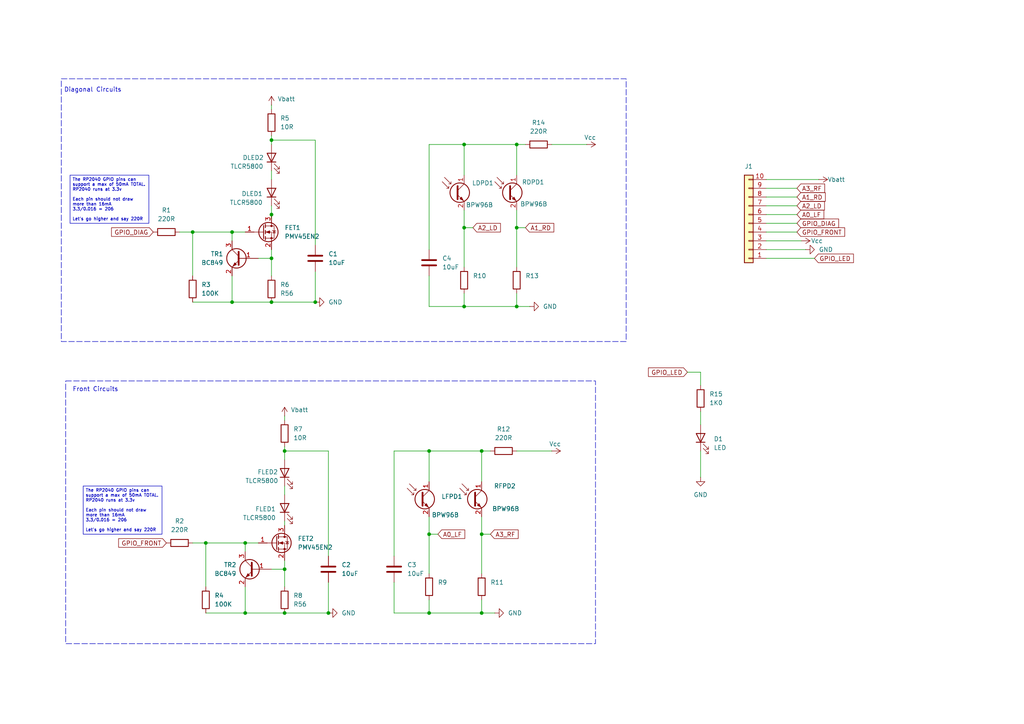
<source format=kicad_sch>
(kicad_sch (version 20231120) (generator "eeschema") (generator_version "8.0")
  (paper "A4")
  (title_block (title "Mouse SMD UKMARS Advanced Sensor Board") (date "2024-12-19") (rev "${version}") (company "Redesign of the UKMARS Advanced board to use SMD and Duncan's design"))
  (lib_symbols
    (symbol "Connector_Generic:Conn_01x10" (pin_names (offset 1.016) hide)
      (property "Reference" "J" (at 0 12.7 0))
      (property "Value" "Conn_01x10" (at 0 -15.24 0))
      (symbol "Conn_01x10_1_1"
        (rectangle (start -1.27 -12.573) (end 0 -12.827) (stroke (width 0.1524)))
        (rectangle (start -1.27 -10.033) (end 0 -10.287) (stroke (width 0.1524)))
        (rectangle (start -1.27 -7.493) (end 0 -7.747) (stroke (width 0.1524)))
        (rectangle (start -1.27 -4.953) (end 0 -5.207) (stroke (width 0.1524)))
        (rectangle (start -1.27 -2.413) (end 0 -2.667) (stroke (width 0.1524)))
        (rectangle (start -1.27 0.127) (end 0 -0.127) (stroke (width 0.1524)))
        (rectangle (start -1.27 2.667) (end 0 2.413) (stroke (width 0.1524)))
        (rectangle (start -1.27 5.207) (end 0 4.953) (stroke (width 0.1524)))
        (rectangle (start -1.27 7.747) (end 0 7.493) (stroke (width 0.1524)))
        (rectangle (start -1.27 10.287) (end 0 10.033) (stroke (width 0.1524)))
        (rectangle (start -1.27 11.43) (end 1.27 -13.97) (stroke (width 0.254)) (fill (type background)))
        (pin passive line (at -5.08 10.16 0) (length 3.81) (name "Pin_1") (number "1"))
        (pin passive line (at -5.08 -12.7 0) (length 3.81) (name "Pin_10") (number "10"))
        (pin passive line (at -5.08 7.62 0) (length 3.81) (name "Pin_2") (number "2"))
        (pin passive line (at -5.08 5.08 0) (length 3.81) (name "Pin_3") (number "3"))
        (pin passive line (at -5.08 2.54 0) (length 3.81) (name "Pin_4") (number "4"))
        (pin passive line (at -5.08 0 0) (length 3.81) (name "Pin_5") (number "5"))
        (pin passive line (at -5.08 -2.54 0) (length 3.81) (name "Pin_6") (number "6"))
        (pin passive line (at -5.08 -5.08 0) (length 3.81) (name "Pin_7") (number "7"))
        (pin passive line (at -5.08 -7.62 0) (length 3.81) (name "Pin_8") (number "8"))
        (pin passive line (at -5.08 -10.16 0) (length 3.81) (name "Pin_9") (number "9"))
      )
    )
    (symbol "Device:C" (pin_numbers hide) (pin_names (offset 0.254))
      (property "Reference" "C" (at 0.635 2.54 0))
      (property "Value" "C" (at 0.635 -2.54 0))
      (symbol "C_0_1"
        (polyline (pts (xy -2.032 -0.762) (xy 2.032 -0.762)) (stroke (width 0.508)))
        (polyline (pts (xy -2.032 0.762) (xy 2.032 0.762)) (stroke (width 0.508)))
      )
      (symbol "C_1_1"
        (pin passive line (at 0 3.81 270) (length 2.794) (name "~") (number "1"))
        (pin passive line (at 0 -3.81 90) (length 2.794) (name "~") (number "2"))
      )
    )
    (symbol "Device:LED" (pin_numbers hide) (pin_names (offset 1.016) hide)
      (property "Reference" "D" (at 0 2.54 0))
      (property "Value" "LED" (at 0 -2.54 0))
      (symbol "LED_0_1"
        (polyline (pts (xy -1.27 -1.27) (xy -1.27 1.27)) (stroke (width 0.254)))
        (polyline (pts (xy -1.27 0) (xy 1.27 0)))
        (polyline (pts (xy 1.27 -1.27) (xy 1.27 1.27) (xy -1.27 0) (xy 1.27 -1.27)) (stroke (width 0.254)))
        (polyline (pts (xy -3.048 -0.762) (xy -4.572 -2.286) (xy -3.81 -2.286) (xy -4.572 -2.286) (xy -4.572 -1.524)))
        (polyline (pts (xy -1.778 -0.762) (xy -3.302 -2.286) (xy -2.54 -2.286) (xy -3.302 -2.286) (xy -3.302 -1.524)))
      )
      (symbol "LED_1_1"
        (pin passive line (at -3.81 0 0) (length 2.54) (name "K") (number "1"))
        (pin passive line (at 3.81 0 180) (length 2.54) (name "A") (number "2"))
      )
    )
    (symbol "Device:R" (pin_numbers hide) (pin_names (offset 0))
      (property "Reference" "R" (at 2.032 0 90))
      (property "Value" "R" (at 0 0 90))
      (symbol "R_0_1"
        (rectangle (start -1.016 -2.54) (end 1.016 2.54) (stroke (width 0.254)))
      )
      (symbol "R_1_1"
        (pin passive line (at 0 3.81 270) (length 1.27) (name "~") (number "1"))
        (pin passive line (at 0 -3.81 90) (length 1.27) (name "~") (number "2"))
      )
    )
    (symbol "PB_Library:PMV45EN2" (pin_names hide)
      (property "Reference" "Q" (at 5.08 1.905 0))
      (property "Value" "PMV45EN2" (at 5.08 0 0))
      (symbol "PMV45EN2_0_1"
        (polyline (pts (xy 0.254 0) (xy -2.54 0)))
        (polyline (pts (xy 0.254 1.905) (xy 0.254 -1.905)) (stroke (width 0.254)))
        (polyline (pts (xy 0.762 -1.27) (xy 0.762 -2.286)) (stroke (width 0.254)))
        (polyline (pts (xy 0.762 0.508) (xy 0.762 -0.508)) (stroke (width 0.254)))
        (polyline (pts (xy 0.762 2.286) (xy 0.762 1.27)) (stroke (width 0.254)))
        (polyline (pts (xy 2.54 2.54) (xy 2.54 1.778)))
        (polyline (pts (xy 2.54 -2.54) (xy 2.54 0) (xy 0.762 0)))
        (polyline (pts (xy 0.762 -1.778) (xy 3.302 -1.778) (xy 3.302 1.778) (xy 0.762 1.778)))
        (polyline (pts (xy 1.016 0) (xy 2.032 0.381) (xy 2.032 -0.381) (xy 1.016 0)) (fill (type outline)))
        (polyline (pts (xy 2.794 0.508) (xy 2.921 0.381) (xy 3.683 0.381) (xy 3.81 0.254)))
        (polyline (pts (xy 3.302 0.381) (xy 2.921 -0.254) (xy 3.683 -0.254) (xy 3.302 0.381)))
        (circle (center 1.651 0) (radius 2.794) (stroke (width 0.254)))
        (circle (center 2.54 -1.778) (radius 0.254) (fill (type outline)))
        (circle (center 2.54 1.778) (radius 0.254) (fill (type outline)))
      )
      (symbol "PMV45EN2_1_1"
        (pin input line (at -5.08 0 0) (length 2.54) (name "G") (number "1"))
        (pin passive line (at 2.54 -5.08 90) (length 2.54) (name "S") (number "2"))
        (pin passive line (at 2.54 5.08 270) (length 2.54) (name "D") (number "3"))
      )
    )
    (symbol "Sensor_Optical:BPW40" (pin_names (offset 0) hide)
      (property "Reference" "Q" (at 5.08 1.27 0))
      (property "Value" "BPW40" (at 5.08 -1.27 0))
      (symbol "BPW40_0_1"
        (polyline (pts (xy -1.905 1.27) (xy -2.54 1.27)))
        (polyline (pts (xy -1.27 2.54) (xy -1.905 2.54)))
        (polyline (pts (xy 0.635 0.635) (xy 2.54 2.54)))
        (polyline (pts (xy -3.81 3.175) (xy -1.905 1.27) (xy -1.905 1.905)))
        (polyline (pts (xy -3.175 4.445) (xy -1.27 2.54) (xy -1.27 3.175)))
        (polyline (pts (xy 0.635 -0.635) (xy 2.54 -2.54) (xy 2.54 -2.54)))
        (polyline (pts (xy 0.635 1.905) (xy 0.635 -1.905) (xy 0.635 -1.905)) (stroke (width 0.508)))
        (polyline (pts (xy 1.27 -1.778) (xy 1.778 -1.27) (xy 2.286 -2.286) (xy 1.27 -1.778) (xy 1.27 -1.778)) (fill (type outline)))
        (circle (center 1.27 0) (radius 2.8194) (stroke (width 0.254)))
      )
      (symbol "BPW40_1_1"
        (pin passive line (at 2.54 5.08 270) (length 2.54) (name "C") (number "1"))
        (pin passive line (at 2.54 -5.08 90) (length 2.54) (name "E") (number "2"))
      )
    )
    (symbol "Transistor_BJT:BC849" (pin_names (offset 0) hide)
      (property "Reference" "Q" (at 5.08 1.905 0))
      (property "Value" "BC849" (at 5.08 0 0))
      (symbol "BC849_0_1"
        (polyline (pts (xy 0.635 0.635) (xy 2.54 2.54)))
        (polyline (pts (xy 0.635 -0.635) (xy 2.54 -2.54) (xy 2.54 -2.54)))
        (polyline (pts (xy 0.635 1.905) (xy 0.635 -1.905) (xy 0.635 -1.905)) (stroke (width 0.508)))
        (polyline (pts (xy 1.27 -1.778) (xy 1.778 -1.27) (xy 2.286 -2.286) (xy 1.27 -1.778) (xy 1.27 -1.778)) (fill (type outline)))
        (circle (center 1.27 0) (radius 2.8194) (stroke (width 0.254)))
      )
      (symbol "BC849_1_1"
        (pin input line (at -5.08 0 0) (length 5.715) (name "B") (number "1"))
        (pin passive line (at 2.54 -5.08 90) (length 2.54) (name "E") (number "2"))
        (pin passive line (at 2.54 5.08 270) (length 2.54) (name "C") (number "3"))
      )
    )
    (symbol "power:+3.3V" (power) (pin_numbers hide) (pin_names (offset 0) hide)
      (property "Value" "+3.3V" (at 0 3.556 0))
      (symbol "+3.3V_0_1"
        (polyline (pts (xy -0.762 1.27) (xy 0 2.54)))
        (polyline (pts (xy 0 0) (xy 0 2.54)))
        (polyline (pts (xy 0 2.54) (xy 0.762 1.27)))
      )
      (symbol "+3.3V_1_1"
        (pin power_in line (at 0 0 90) (length 0) (name "~") (number "1"))
      )
    )
    (symbol "power:+9V" (power) (pin_numbers hide) (pin_names (offset 0) hide)
      (property "Value" "+9V" (at 0 3.556 0))
      (symbol "+9V_0_1"
        (polyline (pts (xy -0.762 1.27) (xy 0 2.54)))
        (polyline (pts (xy 0 0) (xy 0 2.54)))
        (polyline (pts (xy 0 2.54) (xy 0.762 1.27)))
      )
      (symbol "+9V_1_1"
        (pin power_in line (at 0 0 90) (length 0) (name "~") (number "1"))
      )
    )
    (symbol "power:GND" (power) (pin_numbers hide) (pin_names (offset 0) hide)
      (property "Value" "GND" (at 0 -3.81 0))
      (symbol "GND_0_1"
        (polyline (pts (xy 0 0) (xy 0 -1.27) (xy 1.27 -1.27) (xy 0 -2.54) (xy -1.27 -1.27) (xy 0 -1.27)))
      )
      (symbol "GND_1_1"
        (pin power_in line (at 0 0 270) (length 0) (name "~") (number "1"))
      )
    )
  )
  (junction (at 139.7 130.81))
  (junction (at 78.74 62.23))
  (junction (at 71.12 157.48))
  (junction (at 124.46 154.94))
  (junction (at 95.25 177.8))
  (junction (at 59.69 157.48))
  (junction (at 124.46 130.81))
  (junction (at 67.31 87.63))
  (junction (at 82.55 177.8))
  (junction (at 82.55 165.1))
  (junction (at 149.86 88.9))
  (junction (at 78.74 87.63))
  (junction (at 71.12 177.8))
  (junction (at 139.7 154.94))
  (junction (at 134.62 41.91))
  (junction (at 139.7 177.8))
  (junction (at 82.55 130.81))
  (junction (at 124.46 177.8))
  (junction (at 134.62 88.9))
  (junction (at 55.88 67.31))
  (junction (at 67.31 67.31))
  (junction (at 91.44 87.63))
  (junction (at 78.74 40.64))
  (junction (at 78.74 74.93))
  (junction (at 134.62 66.04))
  (junction (at 149.86 66.04))
  (junction (at 149.86 41.91))
  (wire (pts (xy 149.86 66.04) (xy 152.4 66.04)))
  (wire (pts (xy 124.46 154.94) (xy 124.46 166.37)))
  (wire (pts (xy 82.55 140.97) (xy 82.55 143.51)))
  (wire (pts (xy 71.12 177.8) (xy 82.55 177.8)))
  (wire (pts (xy 149.86 85.09) (xy 149.86 88.9)))
  (wire (pts (xy 222.25 57.15) (xy 231.14 57.15)))
  (wire (pts (xy 82.55 162.56) (xy 82.55 165.1)))
  (wire (pts (xy 203.2 119.38) (xy 203.2 123.19)))
  (wire (pts (xy 78.74 49.53) (xy 78.74 52.07)))
  (wire (pts (xy 55.88 67.31) (xy 55.88 80.01)))
  (wire (pts (xy 114.3 130.81) (xy 124.46 130.81)))
  (wire (pts (xy 139.7 130.81) (xy 139.7 139.7)))
  (wire (pts (xy 67.31 80.01) (xy 67.31 87.63)))
  (wire (pts (xy 124.46 80.01) (xy 124.46 88.9)))
  (wire (pts (xy 124.46 154.94) (xy 127 154.94)))
  (wire (pts (xy 78.74 165.1) (xy 82.55 165.1)))
  (wire (pts (xy 222.25 72.39) (xy 233.68 72.39)))
  (wire (pts (xy 114.3 168.91) (xy 114.3 177.8)))
  (wire (pts (xy 78.74 63.5) (xy 78.74 62.23)))
  (wire (pts (xy 55.88 87.63) (xy 67.31 87.63)))
  (wire (pts (xy 134.62 66.04) (xy 137.16 66.04)))
  (wire (pts (xy 222.25 69.85) (xy 232.41 69.85)))
  (wire (pts (xy 82.55 130.81) (xy 82.55 133.35)))
  (wire (pts (xy 134.62 88.9) (xy 149.86 88.9)))
  (wire (pts (xy 67.31 67.31) (xy 67.31 69.85)))
  (wire (pts (xy 78.74 87.63) (xy 91.44 87.63)))
  (wire (pts (xy 67.31 67.31) (xy 71.12 67.31)))
  (wire (pts (xy 82.55 120.65) (xy 82.55 121.92)))
  (wire (pts (xy 95.25 168.91) (xy 95.25 177.8)))
  (wire (pts (xy 82.55 165.1) (xy 82.55 170.18)))
  (wire (pts (xy 71.12 170.18) (xy 71.12 177.8)))
  (wire (pts (xy 55.88 67.31) (xy 67.31 67.31)))
  (wire (pts (xy 124.46 130.81) (xy 139.7 130.81)))
  (wire (pts (xy 222.25 67.31) (xy 231.14 67.31)))
  (wire (pts (xy 74.93 74.93) (xy 78.74 74.93)))
  (wire (pts (xy 149.86 41.91) (xy 149.86 50.8)))
  (wire (pts (xy 139.7 154.94) (xy 139.7 166.37)))
  (wire (pts (xy 82.55 130.81) (xy 95.25 130.81)))
  (wire (pts (xy 199.39 107.95) (xy 203.2 107.95)))
  (wire (pts (xy 222.25 64.77) (xy 231.14 64.77)))
  (wire (pts (xy 114.3 177.8) (xy 124.46 177.8)))
  (wire (pts (xy 222.25 59.69) (xy 231.14 59.69)))
  (wire (pts (xy 149.86 66.04) (xy 149.86 77.47)))
  (wire (pts (xy 95.25 130.81) (xy 95.25 161.29)))
  (wire (pts (xy 71.12 157.48) (xy 74.93 157.48)))
  (wire (pts (xy 52.07 67.31) (xy 55.88 67.31)))
  (wire (pts (xy 78.74 39.37) (xy 78.74 40.64)))
  (wire (pts (xy 149.86 130.81) (xy 160.02 130.81)))
  (wire (pts (xy 134.62 41.91) (xy 149.86 41.91)))
  (wire (pts (xy 59.69 157.48) (xy 59.69 170.18)))
  (wire (pts (xy 114.3 130.81) (xy 114.3 161.29)))
  (wire (pts (xy 91.44 40.64) (xy 91.44 71.12)))
  (wire (pts (xy 78.74 72.39) (xy 78.74 74.93)))
  (wire (pts (xy 149.86 88.9) (xy 153.67 88.9)))
  (wire (pts (xy 124.46 41.91) (xy 134.62 41.91)))
  (wire (pts (xy 82.55 129.54) (xy 82.55 130.81)))
  (wire (pts (xy 55.88 157.48) (xy 59.69 157.48)))
  (wire (pts (xy 67.31 87.63) (xy 78.74 87.63)))
  (wire (pts (xy 78.74 30.48) (xy 78.74 31.75)))
  (wire (pts (xy 149.86 41.91) (xy 152.4 41.91)))
  (wire (pts (xy 203.2 107.95) (xy 203.2 111.76)))
  (wire (pts (xy 222.25 54.61) (xy 231.14 54.61)))
  (wire (pts (xy 222.25 62.23) (xy 231.14 62.23)))
  (wire (pts (xy 134.62 60.96) (xy 134.62 66.04)))
  (wire (pts (xy 59.69 157.48) (xy 71.12 157.48)))
  (wire (pts (xy 203.2 130.81) (xy 203.2 138.43)))
  (wire (pts (xy 124.46 177.8) (xy 139.7 177.8)))
  (wire (pts (xy 139.7 177.8) (xy 143.51 177.8)))
  (wire (pts (xy 149.86 60.96) (xy 149.86 66.04)))
  (wire (pts (xy 124.46 130.81) (xy 124.46 139.7)))
  (wire (pts (xy 82.55 177.8) (xy 95.25 177.8)))
  (wire (pts (xy 124.46 173.99) (xy 124.46 177.8)))
  (wire (pts (xy 78.74 74.93) (xy 78.74 80.01)))
  (wire (pts (xy 139.7 130.81) (xy 142.24 130.81)))
  (wire (pts (xy 91.44 78.74) (xy 91.44 87.63)))
  (wire (pts (xy 71.12 157.48) (xy 71.12 160.02)))
  (wire (pts (xy 78.74 40.64) (xy 91.44 40.64)))
  (wire (pts (xy 139.7 149.86) (xy 139.7 154.94)))
  (wire (pts (xy 124.46 149.86) (xy 124.46 154.94)))
  (wire (pts (xy 124.46 88.9) (xy 134.62 88.9)))
  (wire (pts (xy 134.62 85.09) (xy 134.62 88.9)))
  (wire (pts (xy 78.74 59.69) (xy 78.74 62.23)))
  (wire (pts (xy 82.55 151.13) (xy 82.55 152.4)))
  (wire (pts (xy 134.62 41.91) (xy 134.62 50.8)))
  (wire (pts (xy 222.25 52.07) (xy 237.49 52.07)))
  (wire (pts (xy 78.74 40.64) (xy 78.74 41.91)))
  (wire (pts (xy 59.69 177.8) (xy 71.12 177.8)))
  (wire (pts (xy 160.02 41.91) (xy 170.18 41.91)))
  (wire (pts (xy 124.46 41.91) (xy 124.46 72.39)))
  (wire (pts (xy 134.62 66.04) (xy 134.62 77.47)))
  (wire (pts (xy 139.7 173.99) (xy 139.7 177.8)))
  (wire (pts (xy 222.25 74.93) (xy 236.22 74.93)))
  (wire (pts (xy 139.7 154.94) (xy 142.24 154.94)))
  (rectangle (start 19.05 110.49) (end 172.72 186.69) (stroke (width 0) (type dash)))
  (rectangle (start 17.78 22.86) (end 181.61 99.06) (stroke (width 0) (type dash)))
  (text_box "The RP2040 GPIO pins can support a max of 50mA TOTAL. RP2040 runs at 3.3v\n\nEach pin should not draw more than 16mA\n3.3/0.016 = 206\n\nLet's go higher and say 220R" (at 20.32 50.8 0) (size 22.86 13.97) (effects (font (size 0.889 0.889)) (justify left top)))
  (text_box "The RP2040 GPIO pins can support a max of 50mA TOTAL. RP2040 runs at 3.3v\n\nEach pin should not draw more than 16mA\n3.3/0.016 = 206\n\nLet's go higher and say 220R" (at 24.13 140.97 0) (size 22.86 13.97) (effects (font (size 0.889 0.889)) (justify left top)))
  (text "Diagonal Circuits\n" (at 26.924 26.162 0) (effects (font (size 1.27 1.27))))
  (text "Front Circuits\n" (at 27.686 113.03 0) (effects (font (size 1.27 1.27))))
  (global_label "GPIO_LED" (shape input) (at 199.39 107.95 180) (property "Intersheetrefs" "${INTERSHEET_REFS}" (effects (hide yes))))
  (global_label "A3_RF" (shape input) (at 231.14 54.61 0) (property "Intersheetrefs" "${INTERSHEET_REFS}" (effects (hide yes))))
  (global_label "A2_LD" (shape input) (at 137.16 66.04 0) (property "Intersheetrefs" "${INTERSHEET_REFS}" (effects (hide yes))))
  (global_label "GPIO_FRONT" (shape input) (at 231.14 67.31 0) (property "Intersheetrefs" "${INTERSHEET_REFS}" (effects (hide yes))))
  (global_label "A1_RD" (shape input) (at 152.4 66.04 0) (property "Intersheetrefs" "${INTERSHEET_REFS}" (effects (hide yes))))
  (global_label "GPIO_DIAG" (shape input) (at 44.45 67.31 180) (property "Intersheetrefs" "${INTERSHEET_REFS}" (effects (hide yes))))
  (global_label "GPIO_DIAG" (shape input) (at 231.14 64.77 0) (property "Intersheetrefs" "${INTERSHEET_REFS}" (effects (hide yes))))
  (global_label "A0_LF" (shape input) (at 231.14 62.23 0) (property "Intersheetrefs" "${INTERSHEET_REFS}" (effects (hide yes))))
  (global_label "GPIO_FRONT" (shape input) (at 48.26 157.48 180) (property "Intersheetrefs" "${INTERSHEET_REFS}" (effects (hide yes))))
  (global_label "GPIO_LED" (shape input) (at 236.22 74.93 0) (property "Intersheetrefs" "${INTERSHEET_REFS}" (effects (hide yes))))
  (global_label "A3_RF" (shape input) (at 142.24 154.94 0) (property "Intersheetrefs" "${INTERSHEET_REFS}" (effects (hide yes))))
  (global_label "A2_LD" (shape input) (at 231.14 59.69 0) (property "Intersheetrefs" "${INTERSHEET_REFS}" (effects (hide yes))))
  (global_label "A1_RD" (shape input) (at 231.14 57.15 0) (property "Intersheetrefs" "${INTERSHEET_REFS}" (effects (hide yes))))
  (global_label "A0_LF" (shape input) (at 127 154.94 0) (property "Intersheetrefs" "${INTERSHEET_REFS}" (effects (hide yes))))
  (symbol (lib_id "Device:R") (at 203.2 115.57 0) (unit 1)
    (property "Reference" "R15" (at 205.74 114.2999 0) (effects (justify left)))
    (property "Value" "1K0" (at 205.74 116.8399 0) (effects (justify left)))
    (property "Footprint" "Resistor_SMD:R_0805_2012Metric_Pad1.20x1.40mm_HandSolder" (effects (hide yes)))
    (property "Description" "Resistor" (effects (hide yes)))
  )
  (symbol (lib_id "power:GND") (at 95.25 177.8 90) (unit 1)
    (property "Reference" "#PWR04" (effects (hide yes)))
    (property "Value" "GND" (at 99.06 177.7999 90) (effects (justify right)))
    (property "Description" "Power symbol creates a global label with name \"GND\" , ground" (effects (hide yes)))
  )
  (symbol (lib_id "power:GND") (at 203.2 138.43 0) (unit 1)
    (property "Reference" "#PWR012" (effects (hide yes)))
    (property "Value" "GND" (at 203.2 143.51 0))
    (property "Description" "Power symbol creates a global label with name \"GND\" , ground" (effects (hide yes)))
  )
  (symbol (lib_id "Device:R") (at 59.69 173.99 0) (unit 1)
    (property "Reference" "R4" (at 62.23 172.7199 0) (effects (justify left)))
    (property "Value" "100K" (at 62.23 175.2599 0) (effects (justify left)))
    (property "Footprint" "Resistor_SMD:R_0805_2012Metric_Pad1.20x1.40mm_HandSolder" (effects (hide yes)))
    (property "Description" "Resistor" (effects (hide yes)))
  )
  (symbol (lib_id "Device:R") (at 124.46 170.18 0) (unit 1)
    (property "Reference" "R9" (at 127 168.9099 0) (effects (justify left)))
    (property "Value" "R" (effects (hide yes)))
    (property "Footprint" "Resistor_SMD:R_0805_2012Metric_Pad1.20x1.40mm_HandSolder" (effects (hide yes)))
    (property "Description" "Resistor" (effects (hide yes)))
  )
  (symbol (lib_id "power:+9V") (at 237.49 52.07 270) (unit 1)
    (property "Reference" "#PWR011" (effects (hide yes)))
    (property "Value" "Vbatt" (at 240.03 52.07 90) (effects (justify left)))
    (property "Description" "Power symbol creates a global label with name \"Vbatt\"" (effects (hide yes)))
  )
  (symbol (lib_id "Device:R") (at 149.86 81.28 0) (unit 1)
    (property "Reference" "R13" (at 152.4 80.0099 0) (effects (justify left)))
    (property "Value" "R" (effects (hide yes)))
    (property "Footprint" "Resistor_SMD:R_0805_2012Metric_Pad1.20x1.40mm_HandSolder" (effects (hide yes)))
    (property "Description" "Resistor" (effects (hide yes)))
  )
  (symbol (lib_id "Device:C") (at 95.25 165.1 0) (unit 1)
    (property "Reference" "C2" (at 99.06 163.8299 0) (effects (justify left)))
    (property "Value" "10uF" (at 99.06 166.3699 0) (effects (justify left)))
    (property "Footprint" "Capacitor_SMD:C_0805_2012Metric_Pad1.18x1.45mm_HandSolder" (effects (hide yes)))
    (property "Description" "Unpolarized capacitor" (effects (hide yes)))
  )
  (symbol (lib_id "Device:LED") (at 82.55 137.16 90) (unit 1)
    (property "Reference" "FLED2" (at 74.676 136.906 90) (effects (justify right)))
    (property "Value" "TLCR5800" (at 71.12 139.446 90) (effects (justify right)))
    (property "Footprint" "LED_THT:LED_D5.0mm_Horizontal_O1.27mm_Z3.0mm" (effects (hide yes)))
    (property "Description" "Light emitting diode" (effects (hide yes)))
  )
  (symbol (lib_id "power:+9V") (at 78.74 30.48 0) (unit 1)
    (property "Reference" "#PWR01" (effects (hide yes)))
    (property "Value" "Vbatt" (at 80.518 28.702 0) (effects (justify left)))
    (property "Description" "Power symbol creates a global label with name \"Vbatt\"" (effects (hide yes)))
  )
  (symbol (lib_id "Device:R") (at 134.62 81.28 0) (unit 1)
    (property "Reference" "R10" (at 137.16 80.0099 0) (effects (justify left)))
    (property "Value" "R" (effects (hide yes)))
    (property "Footprint" "Resistor_SMD:R_0805_2012Metric_Pad1.20x1.40mm_HandSolder" (effects (hide yes)))
    (property "Description" "Resistor" (effects (hide yes)))
  )
  (symbol (lib_id "Device:R") (at 82.55 173.99 0) (unit 1)
    (property "Reference" "R8" (at 85.09 172.7199 0) (effects (justify left)))
    (property "Value" "R56" (at 85.09 175.2599 0) (effects (justify left)))
    (property "Footprint" "Resistor_SMD:R_0805_2012Metric_Pad1.20x1.40mm_HandSolder" (effects (hide yes)))
    (property "Description" "Resistor" (effects (hide yes)))
  )
  (symbol (lib_id "Device:R") (at 156.21 41.91 90) (unit 1)
    (property "Reference" "R14" (at 156.21 35.56 90))
    (property "Value" "220R" (at 156.21 38.1 90))
    (property "Footprint" "Resistor_SMD:R_0805_2012Metric_Pad1.20x1.40mm_HandSolder" (effects (hide yes)))
    (property "Description" "Resistor" (effects (hide yes)))
  )
  (symbol (lib_id "Device:R") (at 139.7 170.18 0) (unit 1)
    (property "Reference" "R11" (at 142.24 168.9099 0) (effects (justify left)))
    (property "Value" "R" (effects (hide yes)))
    (property "Footprint" "Resistor_SMD:R_0805_2012Metric_Pad1.20x1.40mm_HandSolder" (effects (hide yes)))
    (property "Description" "Resistor" (effects (hide yes)))
  )
  (symbol (lib_id "Device:R") (at 52.07 157.48 90) (unit 1)
    (property "Reference" "R2" (at 52.07 151.13 90))
    (property "Value" "220R" (at 52.07 153.67 90))
    (property "Footprint" "Resistor_SMD:R_0805_2012Metric_Pad1.20x1.40mm_HandSolder" (effects (hide yes)))
    (property "Description" "Resistor" (effects (hide yes)))
  )
  (symbol (lib_id "power:+3.3V") (at 170.18 41.91 270) (unit 1)
    (property "Reference" "#PWR08" (effects (hide yes)))
    (property "Value" "Vcc" (at 169.418 39.878 90) (effects (justify left)))
    (property "Description" "Power symbol creates a global label with name \"Vcc\"" (effects (hide yes)))
  )
  (symbol (lib_id "Device:R") (at 78.74 83.82 0) (unit 1)
    (property "Reference" "R6" (at 81.28 82.5499 0) (effects (justify left)))
    (property "Value" "R56" (at 81.28 85.0899 0) (effects (justify left)))
    (property "Footprint" "Resistor_SMD:R_0805_2012Metric_Pad1.20x1.40mm_HandSolder" (effects (hide yes)))
    (property "Description" "Resistor" (effects (hide yes)))
  )
  (symbol (lib_id "Device:R") (at 55.88 83.82 0) (unit 1)
    (property "Reference" "R3" (at 58.42 82.5499 0) (effects (justify left)))
    (property "Value" "100K" (at 58.42 85.0899 0) (effects (justify left)))
    (property "Footprint" "Resistor_SMD:R_0805_2012Metric_Pad1.20x1.40mm_HandSolder" (effects (hide yes)))
    (property "Description" "Resistor" (effects (hide yes)))
  )
  (symbol (lib_id "Device:LED") (at 78.74 55.88 90) (unit 1)
    (property "Reference" "DLED1" (at 76.2 56.1974 90) (effects (justify left)))
    (property "Value" "TLCR5800" (at 76.2 58.7374 90) (effects (justify left)))
    (property "Footprint" "LED_THT:LED_D5.0mm_Horizontal_O1.27mm_Z3.0mm" (effects (hide yes)))
    (property "Description" "Light emitting diode" (effects (hide yes)))
  )
  (symbol (lib_id "Transistor_BJT:BC849") (at 69.85 74.93 0) (mirror y) (unit 1)
    (property "Reference" "TR1" (at 64.77 73.6599 0) (effects (justify left)))
    (property "Value" "BC849" (at 64.77 76.1999 0) (effects (justify left)))
    (property "Footprint" "Package_TO_SOT_SMD:SOT-23_Handsoldering" (effects (hide yes)))
    (property "Datasheet" "http://www.infineon.com/dgdl/Infineon-BC847SERIES_BC848SERIES_BC849SERIES_BC850SERIES-DS-v01_01-en.pdf?fileId=db3a304314dca389011541d4630a1657" (effects (hide yes)))
    (property "Description" "0.1A Ic, 30V Vce, NPN Transistor, SOT-23" (effects (hide yes)))
  )
  (symbol (lib_id "Sensor_Optical:BPW40") (at 147.32 55.88 0) (unit 1)
    (property "Reference" "RDPD1" (at 151.384 52.832 0) (effects (justify left)))
    (property "Value" "BPW96B" (at 150.876 59.182 0) (effects (justify left)))
    (property "Footprint" "LED_THT:LED_D5.0mm_Horizontal_O1.27mm_Z3.0mm" (effects (hide yes)))
    (property "Description" "Photodiode" (effects (hide yes)))
  )
  (symbol (lib_id "Sensor_Optical:BPW40") (at 137.16 144.78 0) (unit 1)
    (property "Reference" "RFPD2" (at 143.256 140.97 0) (effects (justify left)))
    (property "Value" "BPW96B" (at 142.748 147.574 0) (effects (justify left)))
    (property "Footprint" "LED_THT:LED_D5.0mm_Horizontal_O1.27mm_Z3.0mm" (effects (hide yes)))
    (property "Description" "Photodiode" (effects (hide yes)))
  )
  (symbol (lib_id "Device:C") (at 91.44 74.93 0) (unit 1)
    (property "Reference" "C1" (at 95.25 73.6599 0) (effects (justify left)))
    (property "Value" "10uF" (at 95.25 76.1999 0) (effects (justify left)))
    (property "Footprint" "Capacitor_SMD:C_0805_2012Metric_Pad1.18x1.45mm_HandSolder" (effects (hide yes)))
    (property "Description" "Unpolarized capacitor" (effects (hide yes)))
  )
  (symbol (lib_id "Sensor_Optical:BPW40") (at 132.08 55.88 0) (unit 1)
    (property "Reference" "LDPD1" (at 136.906 53.086 0) (effects (justify left)))
    (property "Value" "BPW96B" (at 135.128 59.436 0) (effects (justify left)))
    (property "Footprint" "LED_THT:LED_D5.0mm_Horizontal_O1.27mm_Z3.0mm" (effects (hide yes)))
    (property "Description" "Photodiode" (effects (hide yes)))
  )
  (symbol (lib_id "Device:C") (at 114.3 165.1 0) (unit 1)
    (property "Reference" "C3" (at 118.11 163.8299 0) (effects (justify left)))
    (property "Value" "10uF" (at 118.11 166.3699 0) (effects (justify left)))
    (property "Footprint" "Capacitor_SMD:C_0805_2012Metric_Pad1.18x1.45mm_HandSolder" (effects (hide yes)))
    (property "Description" "Unpolarized capacitor" (effects (hide yes)))
  )
  (symbol (lib_id "Device:R") (at 82.55 125.73 0) (unit 1)
    (property "Reference" "R7" (at 85.09 124.4599 0) (effects (justify left)))
    (property "Value" "10R" (at 85.09 126.9999 0) (effects (justify left)))
    (property "Footprint" "Resistor_SMD:R_0805_2012Metric_Pad1.20x1.40mm_HandSolder" (effects (hide yes)))
    (property "Description" "Resistor" (effects (hide yes)))
  )
  (symbol (lib_id "power:+3.3V") (at 160.02 130.81 270) (unit 1)
    (property "Reference" "#PWR07" (effects (hide yes)))
    (property "Value" "Vcc" (at 159.258 128.778 90) (effects (justify left)))
    (property "Description" "Power symbol creates a global label with name \"Vcc\"" (effects (hide yes)))
  )
  (symbol (lib_id "Device:LED") (at 203.2 127 90) (unit 1)
    (property "Reference" "D1" (at 207.01 127.3174 90) (effects (justify right)))
    (property "Value" "LED" (at 207.01 129.8574 90) (effects (justify right)))
    (property "Footprint" "LED_SMD:LED_1206_3216Metric_Pad1.42x1.75mm_HandSolder" (effects (hide yes)))
    (property "Description" "Light emitting diode" (effects (hide yes)))
  )
  (symbol (lib_id "Connector_Generic:Conn_01x10") (at 217.17 64.77 180) (unit 1)
    (property "Reference" "J1" (at 217.17 48.26 0))
    (property "Value" "Conn_01x10" (effects (hide yes)))
    (property "Footprint" "Connector_PinHeader_2.54mm:PinHeader_1x10_P2.54mm_Vertical" (effects (hide yes)))
    (property "Description" "Generic connector, single row, 01x10, script generated (kicad-library-utils/schlib/autogen/connector/)" (effects (hide yes)))
  )
  (symbol (lib_id "Transistor_BJT:BC849") (at 73.66 165.1 0) (mirror y) (unit 1)
    (property "Reference" "TR2" (at 68.58 163.8299 0) (effects (justify left)))
    (property "Value" "BC849" (at 68.58 166.3699 0) (effects (justify left)))
    (property "Footprint" "Package_TO_SOT_SMD:SOT-23_Handsoldering" (effects (hide yes)))
    (property "Datasheet" "http://www.infineon.com/dgdl/Infineon-BC847SERIES_BC848SERIES_BC849SERIES_BC850SERIES-DS-v01_01-en.pdf?fileId=db3a304314dca389011541d4630a1657" (effects (hide yes)))
    (property "Description" "0.1A Ic, 30V Vce, NPN Transistor, SOT-23" (effects (hide yes)))
  )
  (symbol (lib_id "power:GND") (at 153.67 88.9 90) (unit 1)
    (property "Reference" "#PWR06" (effects (hide yes)))
    (property "Value" "GND" (at 157.48 88.8999 90) (effects (justify right)))
    (property "Description" "Power symbol creates a global label with name \"GND\" , ground" (effects (hide yes)))
  )
  (symbol (lib_id "power:+9V") (at 82.55 120.65 0) (unit 1)
    (property "Reference" "#PWR02" (effects (hide yes)))
    (property "Value" "Vbatt" (at 84.328 118.872 0) (effects (justify left)))
    (property "Description" "Power symbol creates a global label with name \"Vbatt\"" (effects (hide yes)))
  )
  (symbol (lib_id "PB_Library:PMV45EN2") (at 80.01 157.48 0) (unit 1)
    (property "Reference" "FET2" (at 86.36 156.2099 0) (effects (justify left)))
    (property "Value" "PMV45EN2" (at 86.36 158.7499 0) (effects (justify left)))
    (property "Footprint" "Package_TO_SOT_SMD:SOT-23_Handsoldering" (effects (hide yes)))
    (property "Datasheet" "https://assets.nexperia.com/documents/data-sheet/PMV45EN2.pdf" (effects (hide yes)))
    (property "Description" "N-Channel MOSFET, 5.1 A, 30 V, 3-Pin SOT-23" (effects (hide yes)))
  )
  (symbol (lib_id "Device:R") (at 48.26 67.31 90) (unit 1)
    (property "Reference" "R1" (at 48.26 60.96 90))
    (property "Value" "220R" (at 48.26 63.5 90))
    (property "Footprint" "Resistor_SMD:R_0805_2012Metric_Pad1.20x1.40mm_HandSolder" (effects (hide yes)))
    (property "Description" "Resistor" (effects (hide yes)))
  )
  (symbol (lib_id "Device:R") (at 146.05 130.81 90) (unit 1)
    (property "Reference" "R12" (at 146.05 124.46 90))
    (property "Value" "220R" (at 146.05 127 90))
    (property "Footprint" "Resistor_SMD:R_0805_2012Metric_Pad1.20x1.40mm_HandSolder" (effects (hide yes)))
    (property "Description" "Resistor" (effects (hide yes)))
  )
  (symbol (lib_id "Device:C") (at 124.46 76.2 0) (unit 1)
    (property "Reference" "C4" (at 128.27 74.9299 0) (effects (justify left)))
    (property "Value" "10uF" (at 128.27 77.4699 0) (effects (justify left)))
    (property "Footprint" "Capacitor_SMD:C_0805_2012Metric_Pad1.18x1.45mm_HandSolder" (effects (hide yes)))
    (property "Description" "Unpolarized capacitor" (effects (hide yes)))
  )
  (symbol (lib_id "power:GND") (at 91.44 87.63 90) (unit 1)
    (property "Reference" "#PWR03" (effects (hide yes)))
    (property "Value" "GND" (at 95.25 87.6299 90) (effects (justify right)))
    (property "Description" "Power symbol creates a global label with name \"GND\" , ground" (effects (hide yes)))
  )
  (symbol (lib_id "power:+3.3V") (at 232.41 69.85 270) (unit 1)
    (property "Reference" "#PWR09" (effects (hide yes)))
    (property "Value" "Vcc" (at 235.204 69.85 90) (effects (justify left)))
    (property "Description" "Power symbol creates a global label with name \"Vcc\"" (effects (hide yes)))
  )
  (symbol (lib_id "Device:LED") (at 78.74 45.72 90) (unit 1)
    (property "Reference" "DLED2" (at 70.358 45.72 90) (effects (justify right)))
    (property "Value" "TLCR5800" (at 66.802 48.26 90) (effects (justify right)))
    (property "Footprint" "LED_THT:LED_D5.0mm_Horizontal_O1.27mm_Z3.0mm" (effects (hide yes)))
    (property "Description" "Light emitting diode" (effects (hide yes)))
  )
  (symbol (lib_id "power:GND") (at 143.51 177.8 90) (unit 1)
    (property "Reference" "#PWR05" (effects (hide yes)))
    (property "Value" "GND" (at 147.32 177.7999 90) (effects (justify right)))
    (property "Description" "Power symbol creates a global label with name \"GND\" , ground" (effects (hide yes)))
  )
  (symbol (lib_id "Device:R") (at 78.74 35.56 0) (unit 1)
    (property "Reference" "R5" (at 81.28 34.2899 0) (effects (justify left)))
    (property "Value" "10R" (at 81.28 36.8299 0) (effects (justify left)))
    (property "Footprint" "Resistor_SMD:R_0805_2012Metric_Pad1.20x1.40mm_HandSolder" (effects (hide yes)))
    (property "Description" "Resistor" (effects (hide yes)))
  )
  (symbol (lib_id "PB_Library:PMV45EN2") (at 76.2 67.31 0) (unit 1)
    (property "Reference" "FET1" (at 82.55 66.0399 0) (effects (justify left)))
    (property "Value" "PMV45EN2" (at 82.55 68.5799 0) (effects (justify left)))
    (property "Footprint" "Package_TO_SOT_SMD:SOT-23_Handsoldering" (effects (hide yes)))
    (property "Datasheet" "https://assets.nexperia.com/documents/data-sheet/PMV45EN2.pdf" (effects (hide yes)))
    (property "Description" "N-Channel MOSFET, 5.1 A, 30 V, 3-Pin SOT-23" (effects (hide yes)))
  )
  (symbol (lib_id "Device:LED") (at 82.55 147.32 90) (unit 1)
    (property "Reference" "FLED1" (at 80.01 147.6374 90) (effects (justify left)))
    (property "Value" "TLCR5800" (at 80.01 150.1774 90) (effects (justify left)))
    (property "Footprint" "LED_THT:LED_D5.0mm_Horizontal_O1.27mm_Z3.0mm" (effects (hide yes)))
    (property "Description" "Light emitting diode" (effects (hide yes)))
  )
  (symbol (lib_id "Sensor_Optical:BPW40") (at 121.92 144.78 0) (unit 1)
    (property "Reference" "LFPD1" (at 128.016 144.018 0) (effects (justify left)))
    (property "Value" "BPW96B" (at 125.222 149.352 0) (effects (justify left)))
    (property "Footprint" "LED_THT:LED_D5.0mm_Horizontal_O1.27mm_Z3.0mm" (effects (hide yes)))
    (property "Description" "Photodiode" (effects (hide yes)))
  )
  (symbol (lib_id "power:GND") (at 233.68 72.39 90) (unit 1)
    (property "Reference" "#PWR010" (effects (hide yes)))
    (property "Value" "GND" (at 237.49 72.3899 90) (effects (justify right)))
    (property "Description" "Power symbol creates a global label with name \"GND\" , ground" (effects (hide yes)))
  )
)
</source>
